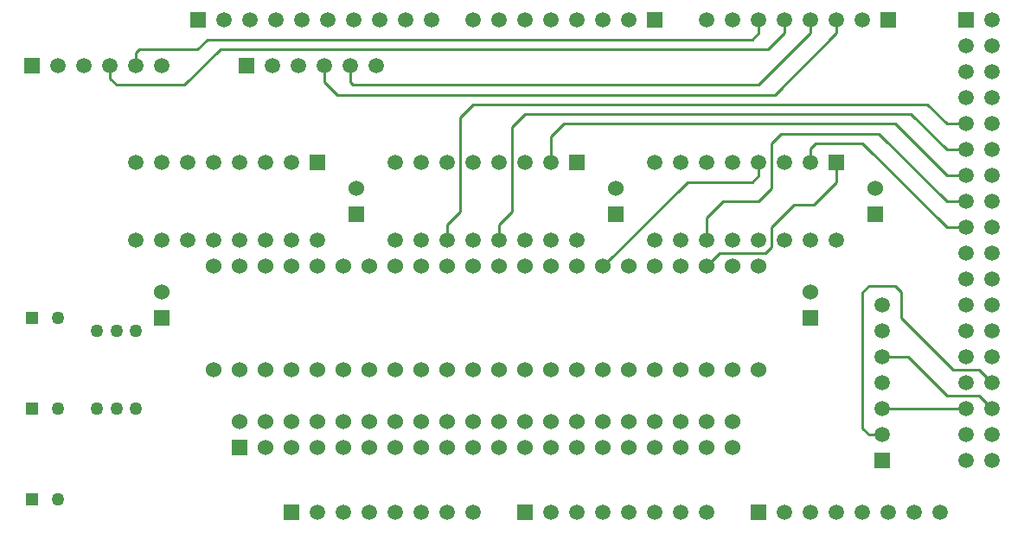
<source format=gbl>
G04 DipTrace 4.3.0.2*
G04 4 - Bottom.gbr*
%MOIN*%
G04 #@! TF.FileFunction,Copper,L4,Bot*
G04 #@! TF.Part,Single*
G04 #@! TA.AperFunction,Conductor*
%ADD10C,0.01*%
G04 #@! TA.AperFunction,ComponentPad*
%ADD17C,0.06*%
%ADD18R,0.06X0.06*%
%ADD19C,0.05*%
%ADD20R,0.05X0.05*%
%ADD21R,0.059055X0.059055*%
%ADD23C,0.059055*%
%ADD24C,0.06*%
%ADD25C,0.05*%
%FSLAX26Y26*%
G04*
G70*
G90*
G75*
G01*
G04 Bottom*
%LPD*%
X3700000Y1600000D2*
D10*
X3625000D1*
X3550000Y1675000D1*
X1800000D1*
X1750000Y1625000D1*
Y1262500D1*
X1700000Y1212500D1*
Y1150000D1*
X3700000Y1500000D2*
X3625000D1*
X3487500Y1637500D1*
X2000000D1*
X1950000Y1587500D1*
Y1262500D1*
X1900000Y1212500D1*
Y1150000D1*
X3700000Y1400000D2*
X3625000D1*
X3425000Y1600000D1*
X2150000D1*
X2100000Y1550000D1*
Y1450000D1*
X3700000Y1300000D2*
X3625000D1*
X3362500Y1562500D1*
X2987500D1*
X2950000Y1525000D1*
Y1350000D1*
X2900000Y1300000D1*
X2762500D1*
X2700000Y1237500D1*
Y1150000D1*
X3700000Y1200000D2*
X3625000D1*
X3300000Y1525000D1*
X3121213D1*
X3100000Y1503787D1*
Y1450000D1*
X3375000Y400000D2*
X3325000D1*
X3300000Y425000D1*
Y950000D1*
X3325000Y975000D1*
X3425000D1*
X3450000Y950000D1*
Y850000D1*
X3650000Y650000D1*
X3750000D1*
X3800000Y600000D1*
X3375000Y500000D2*
X3700000D1*
X3375000Y700000D2*
X3475000D1*
X3625000Y550000D1*
X3750000D1*
X3800000Y500000D1*
X1225000Y1825000D2*
Y1762500D1*
X1275000Y1712500D1*
X2962500D1*
X3200000Y1950000D1*
Y2000000D1*
X400000Y1825000D2*
Y1775000D1*
X425000Y1750000D1*
X687500D1*
X825000Y1887500D1*
X2937500D1*
X3000000Y1950000D1*
Y2000000D1*
X3200000Y1450000D2*
Y1375000D1*
X3112500Y1287500D1*
X3037500D1*
X2950000Y1200000D1*
Y1125000D1*
X2925000Y1100000D1*
X2750000D1*
X2700000Y1050000D1*
X2900000Y1450000D2*
Y1400000D1*
X2875000Y1375000D1*
X2625000D1*
X2300000Y1050000D1*
X1325000Y1825000D2*
Y1762500D1*
X1337500Y1750000D1*
X2900000D1*
X3100000Y1950000D1*
Y2000000D1*
X500000Y1825000D2*
Y1875000D1*
X512500Y1887500D1*
X737500D1*
X775000Y1925000D1*
X2875000D1*
X2900000Y1950000D1*
Y2000000D1*
D17*
X3350000Y1350000D3*
D18*
Y1250000D3*
D17*
X2350000Y1350000D3*
D18*
Y1250000D3*
D17*
X1350000Y1350000D3*
D18*
Y1250000D3*
X600000Y850000D3*
D17*
Y950000D3*
D18*
X3100000Y850000D3*
D17*
Y950000D3*
D19*
X200000Y150000D3*
D20*
X100000D3*
D19*
X200000Y500000D3*
D20*
X100000D3*
D19*
X200000Y850000D3*
D20*
X100000D3*
D17*
X2800000Y350000D3*
X2700000D3*
X2600000D3*
X2500000D3*
X2400000D3*
X2300000D3*
X2200000D3*
X2100000D3*
X2000000D3*
X1900000D3*
X1800000D3*
X1700000D3*
X1600000D3*
X1500000D3*
X1400000D3*
X1300000D3*
X1200000D3*
X1100000D3*
X1000000D3*
D18*
X900000D3*
D17*
Y450000D3*
X1000000D3*
X1100000D3*
X1200000D3*
X1300000D3*
X1400000D3*
X1500000D3*
X1600000D3*
X1700000D3*
X1800000D3*
X1900000D3*
X2000000D3*
X2100000D3*
X2200000D3*
X2300000D3*
X2400000D3*
X2500000D3*
X2600000D3*
X2700000D3*
X2800000D3*
D21*
X2000000Y100000D3*
D23*
X2100000D3*
X2200000D3*
X2300000D3*
X2400000D3*
X2500000D3*
X2600000D3*
X2700000D3*
D21*
X1100000D3*
D23*
X1200000D3*
X1300000D3*
X1400000D3*
X1500000D3*
X1600000D3*
X1700000D3*
X1800000D3*
D21*
X2500000Y2000000D3*
D23*
X2400000D3*
X2300000D3*
X2200000D3*
X2100000D3*
X2000000D3*
X1900000D3*
X1800000D3*
D21*
X740000D3*
D23*
X840000D3*
X940000D3*
X1040000D3*
X1140000D3*
X1240000D3*
X1340000D3*
X1440000D3*
X1540000D3*
X1640000D3*
D21*
X2900000Y100000D3*
D23*
X3000000D3*
X3100000D3*
X3200000D3*
X3300000D3*
X3400000D3*
X3500000D3*
X3600000D3*
D21*
X3400000Y2000000D3*
D23*
X3300000D3*
X3200000D3*
X3100000D3*
X3000000D3*
X2900000D3*
X2800000D3*
X2700000D3*
D21*
X3700000D3*
D23*
X3800000D3*
X3700000Y1900000D3*
X3800000D3*
X3700000Y1800000D3*
X3800000D3*
X3700000Y1700000D3*
X3800000D3*
X3700000Y1600000D3*
X3800000D3*
X3700000Y1500000D3*
X3800000D3*
X3700000Y1400000D3*
X3800000D3*
X3700000Y1300000D3*
X3800000D3*
X3700000Y1200000D3*
X3800000D3*
X3700000Y1100000D3*
X3800000D3*
X3700000Y1000000D3*
X3800000D3*
X3700000Y900000D3*
X3800000D3*
X3700000Y800000D3*
X3800000D3*
X3700000Y700000D3*
X3800000D3*
X3700000Y600000D3*
X3800000D3*
X3700000Y500000D3*
X3800000D3*
X3700000Y400000D3*
X3800000D3*
X3700000Y300000D3*
X3800000D3*
D21*
X925000Y1825000D3*
D23*
X1025000D3*
X1125000D3*
X1225000D3*
X1325000D3*
X1425000D3*
D21*
X100000D3*
D23*
X200000D3*
X300000D3*
X400000D3*
X500000D3*
X600000D3*
D21*
X3375000Y300000D3*
D23*
Y400000D3*
Y500000D3*
Y600000D3*
Y700000D3*
Y800000D3*
Y900000D3*
D17*
X2900000Y1050000D3*
D24*
Y650000D3*
D17*
X2800000Y1050000D3*
D24*
Y650000D3*
D17*
X2600000Y1050000D3*
D24*
Y650000D3*
D17*
X2700000Y1050000D3*
D24*
Y650000D3*
D17*
X2500000Y1050000D3*
D24*
Y650000D3*
D17*
X2400000Y1050000D3*
D24*
Y650000D3*
D17*
X2200000Y1050000D3*
D24*
Y650000D3*
D17*
X2300000Y1050000D3*
D24*
Y650000D3*
D17*
X2100000Y1050000D3*
D24*
Y650000D3*
D17*
X1800000Y1050000D3*
D24*
Y650000D3*
D17*
X1900000Y1050000D3*
D24*
Y650000D3*
D17*
X1700000Y1050000D3*
D24*
Y650000D3*
D17*
X1600000Y1050000D3*
D24*
Y650000D3*
D17*
X1400000Y1050000D3*
D24*
Y650000D3*
D17*
X1500000Y1050000D3*
D24*
Y650000D3*
D17*
X1300000Y1050000D3*
D24*
Y650000D3*
D17*
X1200000Y1050000D3*
D24*
Y650000D3*
D17*
X1000000Y1050000D3*
D24*
Y650000D3*
D17*
X1100000Y1050000D3*
D24*
Y650000D3*
D17*
X900000Y1050000D3*
D24*
Y650000D3*
D17*
X800000Y1050000D3*
D24*
Y650000D3*
D17*
X2000000Y1050000D3*
D24*
Y650000D3*
D19*
X500000Y800000D3*
D25*
Y500000D3*
D19*
X425000Y800000D3*
D25*
Y500000D3*
D19*
X350000Y800000D3*
D25*
Y500000D3*
D21*
X3200000Y1450000D3*
D23*
X3100000D3*
X3000000D3*
X2900000D3*
X2800000D3*
X2700000D3*
X2600000D3*
X2500000D3*
Y1150000D3*
X2600000D3*
X2700000D3*
X2800000D3*
X2900000D3*
X3000000D3*
X3100000D3*
X3200000D3*
D21*
X2200000Y1450000D3*
D23*
X2100000D3*
X2000000D3*
X1900000D3*
X1800000D3*
X1700000D3*
X1600000D3*
X1500000D3*
Y1150000D3*
X1600000D3*
X1700000D3*
X1800000D3*
X1900000D3*
X2000000D3*
X2100000D3*
X2200000D3*
D21*
X1200000Y1450000D3*
D23*
X1100000D3*
X1000000D3*
X900000D3*
X800000D3*
X700000D3*
X600000D3*
X500000D3*
Y1150000D3*
X600000D3*
X700000D3*
X800000D3*
X900000D3*
X1000000D3*
X1100000D3*
X1200000D3*
M02*

</source>
